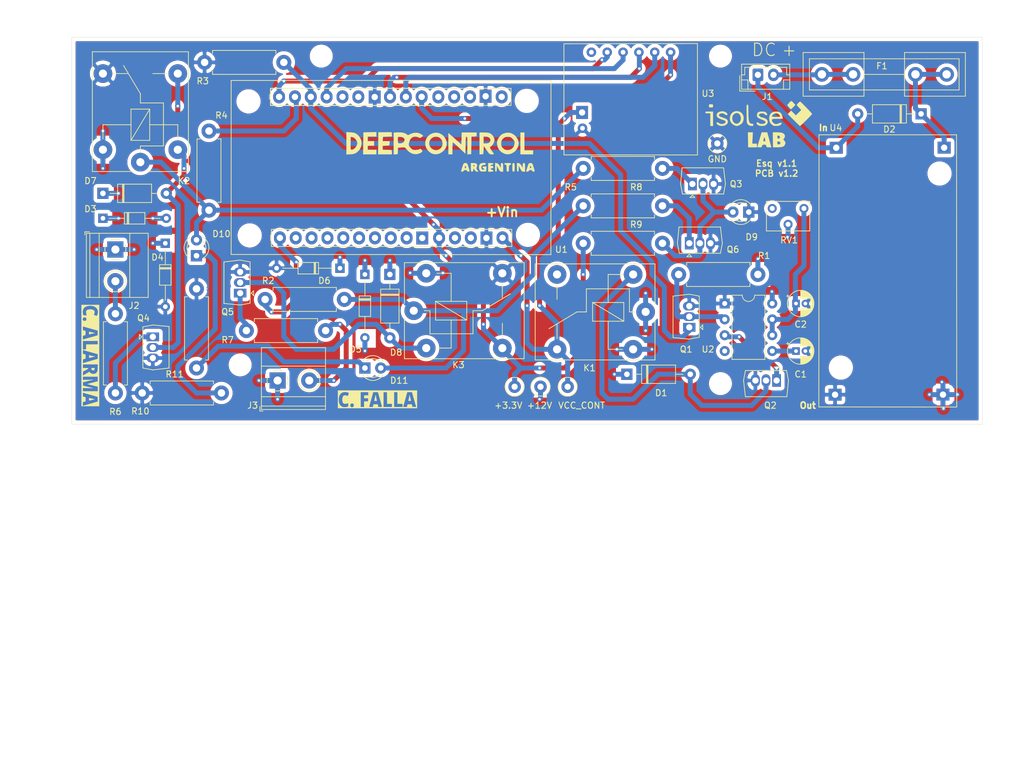
<source format=kicad_pcb>
(kicad_pcb (version 20171130) (host pcbnew 5.1.7-a382d34a8~87~ubuntu18.04.1)
  (title_block (title "Dispositivo Secundario - SMRAI") (date 2020-09-26) (rev 1.1) (company "Daniel Marquez - ISOLSE srl revisor: Monzon Lucas") (comment 1 "* Verison con adaptador nrf24l01 (solo Antena)") (comment 2 "* Dispositivo Secundario deMonitoreo de Alarma/Falla (N.O)") (comment 3 "* Sistema Monitoreo Remoto de Alarma de Incendio (SMRAI)") (comment 4 "* Licensia BSD (Isolse SRL) "))
  (layers (0 F.Cu signal) (31 B.Cu signal) (34 B.Paste user) (35 F.Paste user) (36 B.SilkS user) (37 F.SilkS user) (38 B.Mask user) (39 F.Mask user) (44 Edge.Cuts user))
  (net 0 "")
  (net 1 +12V)
  (net 2 /VCC_CONT)
  (net 3 "Net-(K1-Pad14)")
  (net 4 "Net-(D1-Pad2)")
  (net 5 /ALARMA)
  (net 6 GND)
  (net 7 +3V3)
  (net 8 "Net-(D7-Pad2)")
  (net 9 /FALLA)
  (net 10 "Net-(D8-Pad2)")
  (net 11 VCC)
  (net 12 "Net-(C2-Pad1)")
  (net 13 "Net-(Q2-Pad1)")
  (net 14 "Net-(Q1-Pad2)")
  (net 15 "Net-(C1-Pad1)")
  (net 16 "Net-(U3-Pad8)")
  (net 17 /MISO)
  (net 18 /MOSI)
  (net 19 /SCK)
  (net 20 /CSN)
  (net 21 /CE)
  (net 22 "Net-(D2-Pad2)")
  (net 23 "Net-(D2-Pad1)")
  (net 24 "Net-(D9-Pad2)")
  (net 25 "Net-(D10-Pad1)")
  (net 26 "Net-(D11-Pad1)")
  (net 27 "Net-(F1-Pad2)")
  (net 28 "Net-(J2-Pad2)")
  (net 29 "Net-(J3-Pad2)")
  (net 30 /RST)
  (net 31 "Net-(Q3-Pad1)")
  (net 32 "Net-(Q4-Pad1)")
  (net 33 "Net-(Q5-Pad1)")
  (net 34 "Net-(Q6-Pad1)")
  (net 35 "Net-(R2-Pad1)")
  (net 36 /ALARM_PIN)
  (net 37 "Net-(RV1-Pad3)")
  (net 38 "Net-(U1-Pad10)")
  (net 39 "Net-(U1-Pad25)")
  (net 40 "Net-(U1-Pad18)")
  (net 41 "Net-(U1-Pad19)")
  (net 42 "Net-(U1-Pad20)")
  (net 43 "Net-(U1-Pad26)")
  (net 44 "Net-(U1-Pad16)")
  (net 45 "Net-(U1-Pad12)")
  (net 46 "Net-(U1-Pad13)")
  (net 47 "Net-(U1-Pad3)")
  (net 48 "Net-(U1-Pad7)")
  (net 49 "Net-(U1-Pad9)")
  (net 50 "Net-(U1-Pad5)")
  (net 51 "Net-(U1-Pad4)")
  (net 52 "Net-(U1-Pad2)")
  (net 53 "Net-(U1-Pad8)")
  (net 54 "Net-(U1-Pad6)")
  (module Disp_Sec_V_1:Fuse (layer F.Cu) (at 211.25 68.91 180)
    (fp_text reference F1 (at 0.3683 1.3208) (layer F.SilkS))
    (fp_text value "100mA (5 x 20)")
    (pad 1 thru_hole circle (at -10.0076 -0.0127 180) (size 2.35 2.35) (drill 1.35) (layers *.Cu *.Mask) (net 23 "Net-(D2-Pad1)"))
    (pad 1 thru_hole circle (at -5.0076 -0.0127 180) (size 2.35 2.35) (drill 1.35) (layers *.Cu *.Mask) (net 23 "Net-(D2-Pad1)"))
    (pad 2 thru_hole circle (at 4.9924 -0.0127 180) (size 2.35 2.35) (drill 1.35) (layers *.Cu *.Mask) (net 27 "Net-(F1-Pad2)"))
    (pad 2 thru_hole circle (at 9.9924 -0.0127 180) (size 2.35 2.35) (drill 1.35) (layers *.Cu *.Mask) (net 27 "Net-(F1-Pad2)"))
  )
  (module TestPoint:TestPoint_Loop_D1.80mm_Drill1.0mm_Beaded (layer F.Cu) (at 152 119)
    (fp_text reference TP4 hide)
    (fp_text value TestPoint)
    (pad 1 thru_hole circle (at 0 0) (size 2 2) (drill 1) (layers *.Cu *.Mask) (net 7 +3V3))
  )
  (module TestPoint:TestPoint_Loop_D1.80mm_Drill1.0mm_Beaded (layer F.Cu) (at 156.15 119)
    (fp_text reference TP3 hide)
    (fp_text value TestPoint)
    (pad 1 thru_hole circle (at 0 0) (size 2 2) (drill 1) (layers *.Cu *.Mask) (net 1 +12V))
  )
  (module TestPoint:TestPoint_Loop_D1.80mm_Drill1.0mm_Beaded (layer F.Cu) (at 160.5 119)
    (fp_text reference TP2 hide)
    (fp_text value TestPoint)
    (pad 1 thru_hole circle (at 0 0) (size 2 2) (drill 1) (layers *.Cu *.Mask) (net 2 /VCC_CONT))
  )
  (module TestPoint:TestPoint_Loop_D1.80mm_Drill1.0mm_Beaded (layer F.Cu) (at 184.5 80)
    (fp_text reference TP1 hide)
    (fp_text value TestPoint)
    (pad 1 thru_hole circle (at 0 0) (size 2 2) (drill 1) (layers *.Cu *.Mask) (net 6 GND))
  )
  (module Disp_Sec_V_1:C.ALARMA (layer F.Cu) (at 84 114 270)
    (fp_text reference U8 hide)
    (fp_text value Contacto_Alarma hide)
  )
  (module Disp_Sec_V_1:C.FALLA (layer F.Cu) (at 130 121)
    (fp_text reference U7 hide)
    (fp_text value Contacto_Falla hide)
  )
  (module Disp_Sec_V_1:isolse (layer F.Cu) (at 196 87)
    (fp_text reference U6 hide)
    (fp_text value isolseLOGO hide)
  )
  (module Disp_Sec_V_1:DC (layer F.Cu) (at 140 86)
    (fp_text reference U5 hide)
    (fp_text value DEEPCONTROL_LOGO hide)
  )
  (module Fiducial:Fiducial_1mm_Mask2mm (layer F.Cu) (at 222 76)
    (fp_text reference FID3)
    (fp_text value Fiducial)
    (pad "" smd circle (at 0 0) (size 1 1) (layers F.Cu F.Mask) (clearance 0.5))
  )
  (module Fiducial:Fiducial_1mm_Mask2mm (layer F.Cu) (at 132 65)
    (fp_text reference FID2)
    (fp_text value Fiducial)
    (pad "" smd circle (at 0 0) (size 1 1) (layers F.Cu F.Mask) (clearance 0.5))
  )
  (module Fiducial:Fiducial_1mm_Mask2mm (layer F.Cu) (at 146 121)
    (fp_text reference FID1)
    (fp_text value Fiducial)
    (pad "" smd circle (at 0 0) (size 1 1) (layers F.Cu F.Mask) (clearance 0.5))
  )
  (module MountingHole:MountingHole_2.5mm (layer F.Cu) (at 108 115.5)
    (fp_text reference H4 hide)
    (fp_text value MountingHole)
    (pad 1 np_thru_hole circle (at 0 0) (size 2.5 2.5) (drill 2.5) (layers *.Cu *.Mask))
  )
  (module MountingHole:MountingHole_2.5mm (layer F.Cu) (at 185 66)
    (fp_text reference H3 hide)
    (fp_text value MountingHole)
    (pad 1 np_thru_hole circle (at 0 0) (size 2.5 2.5) (drill 2.5) (layers *.Cu *.Mask))
  )
  (module MountingHole:MountingHole_2.5mm (layer F.Cu) (at 121 66)
    (fp_text reference H2 hide)
    (fp_text value MountingHole)
    (pad 1 np_thru_hole circle (at 0 0) (size 2.5 2.5) (drill 2.5) (layers *.Cu *.Mask))
  )
  (module MountingHole:MountingHole_2.5mm (layer F.Cu) (at 185 118.5)
    (fp_text reference H1 hide)
    (fp_text value MountingHole)
    (pad 1 np_thru_hole circle (at 0 0) (size 2.5 2.5) (drill 2.5) (layers *.Cu *.Mask))
  )
  (module Resistor_THT:R_Axial_DIN0411_L9.9mm_D3.6mm_P12.70mm_Horizontal (layer F.Cu) (at 109 110)
    (fp_text reference R7 (at -3 1.5) (layer F.SilkS))
    (fp_text value 220)
    (pad 2 thru_hole oval (at 12.7 0) (size 2.4 2.4) (drill 1.2) (layers *.Cu *.Mask) (net 29 "Net-(J3-Pad2)"))
    (pad 1 thru_hole circle (at 0 0) (size 2.4 2.4) (drill 1.2) (layers *.Cu *.Mask) (net 33 "Net-(Q5-Pad1)"))
  )
  (module TerminalBlock_Phoenix:TerminalBlock_Phoenix_MKDS-1,5-2-5.08_1x02_P5.08mm_Horizontal (layer F.Cu) (at 88 97 270)
    (fp_text reference J2 (at 9 -3 180) (layer F.SilkS))
    (fp_text value "Contacto A (N.O) ")
    (pad 2 thru_hole circle (at 5.08 0 270) (size 2.6 2.6) (drill 1.3) (layers *.Cu *.Mask) (net 28 "Net-(J2-Pad2)"))
    (pad 1 thru_hole rect (at 0 0 270) (size 2.6 2.6) (drill 1.3) (layers *.Cu *.Mask) (net 1 +12V))
  )
  (module Package_TO_SOT_THT:NEC_Molded_7x4x9mm (layer F.Cu) (at 94 111 270)
    (fp_text reference Q4 (at -3 1.5 180) (layer F.SilkS))
    (fp_text value BC337)
    (pad 1 thru_hole rect (at 0 0 90) (size 1.4 2) (drill 1) (layers *.Cu *.Mask) (net 32 "Net-(Q4-Pad1)"))
    (pad 3 thru_hole oval (at 3.4 0 90) (size 1.4 2) (drill 1) (layers *.Cu *.Mask) (net 6 GND))
    (pad 2 thru_hole oval (at 1.7 0 90) (size 1.4 2) (drill 1) (layers *.Cu *.Mask) (net 8 "Net-(D7-Pad2)"))
  )
  (module Resistor_THT:R_Axial_DIN0411_L9.9mm_D3.6mm_P12.70mm_Horizontal (layer F.Cu) (at 88 120 90)
    (fp_text reference R6 (at -3 0 180) (layer F.SilkS))
    (fp_text value 220)
    (pad 2 thru_hole oval (at 12.7 0 90) (size 2.4 2.4) (drill 1.2) (layers *.Cu *.Mask) (net 28 "Net-(J2-Pad2)"))
    (pad 1 thru_hole circle (at 0 0 90) (size 2.4 2.4) (drill 1.2) (layers *.Cu *.Mask) (net 32 "Net-(Q4-Pad1)"))
  )
  (module Diode_THT:D_A-405_P10.16mm_Horizontal (layer F.Cu) (at 170 117)
    (fp_text reference D1 (at 5.5 3) (layer F.SilkS))
    (fp_text value 1N5349B)
    (pad 2 thru_hole oval (at 10.16 0) (size 1.8 1.8) (drill 0.9) (layers *.Cu *.Mask) (net 4 "Net-(D1-Pad2)"))
    (pad 1 thru_hole rect (at 0 0) (size 1.8 1.8) (drill 0.9) (layers *.Cu *.Mask) (net 1 +12V))
  )
  (module Disp_Sec_V_1:NodeMCU1.0 (layer F.Cu) (at 125 85 90)
    (fp_text reference U1 (at -12 34.5) (layer F.SilkS))
    (fp_text value "NodeMCU1.0(ESP-12E)")
    (pad "" np_thru_hole circle (at -9.7409 -15.4686 90) (size 2.7 2.7) (drill 2.7) (layers *.Cu *.Mask))
    (pad "" np_thru_hole circle (at 11.7475 -15.6591 90) (size 2.7 2.7) (drill 2.7) (layers *.Cu *.Mask))
    (pad "" np_thru_hole circle (at 11.8364 28.9433 90) (size 2.7 2.7) (drill 2.7) (layers *.Cu *.Mask))
    (pad "" np_thru_hole circle (at -9.652 29.1338 90) (size 2.7 2.7) (drill 2.7) (layers *.Cu *.Mask))
    (pad 30 thru_hole oval (at 12.4714 -10.7569 90) (size 2.1 1.9) (drill 1.02) (layers *.Cu *.Mask) (net 21 /CE))
    (pad 24 thru_hole rect (at 12.446 4.572 90) (size 2.1 1.9) (drill 1.02) (layers *.Cu *.Mask) (net 6 GND))
    (pad 17 thru_hole rect (at 12.573 22.352 90) (size 2.1 1.9) (drill 1.02) (layers *.Cu *.Mask) (net 6 GND))
    (pad 14 thru_hole rect (at -10.16 22.479 90) (size 2.1 1.9) (drill 1.02) (layers *.Cu *.Mask) (net 6 GND))
    (pad 1 thru_hole oval (at -10.1346 -10.6299 90) (size 2.1 1.9) (drill 1.02) (layers *.Cu *.Mask) (net 35 "Net-(R2-Pad1)"))
    (pad 10 thru_hole rect (at -10.16 12.192 90) (size 2.1 1.9) (drill 1.02) (layers *.Cu *.Mask) (net 38 "Net-(U1-Pad10)"))
    (pad 25 thru_hole oval (at 12.4714 1.9431 90) (size 2.1 1.9) (drill 1.02) (layers *.Cu *.Mask) (net 39 "Net-(U1-Pad25)"))
    (pad 18 thru_hole oval (at 12.4714 19.8501 90) (size 2.1 1.9) (drill 1.02) (layers *.Cu *.Mask) (net 40 "Net-(U1-Pad18)"))
    (pad 19 thru_hole oval (at 12.4714 17.3101 90) (size 2.1 1.9) (drill 1.02) (layers *.Cu *.Mask) (net 41 "Net-(U1-Pad19)"))
    (pad 22 thru_hole oval (at 12.4714 9.5631 90) (size 2.1 1.9) (drill 1.02) (layers *.Cu *.Mask) (net 18 /MOSI))
    (pad 20 thru_hole oval (at 12.4714 14.7701 90) (size 2.1 1.9) (drill 1.02) (layers *.Cu *.Mask) (net 42 "Net-(U1-Pad20)"))
    (pad 29 thru_hole oval (at 12.4714 -8.2169 90) (size 2.1 1.9) (drill 1.02) (layers *.Cu *.Mask) (net 36 /ALARM_PIN))
    (pad 23 thru_hole oval (at 12.4714 7.0231 90) (size 2.1 1.9) (drill 1.02) (layers *.Cu *.Mask) (net 19 /SCK))
    (pad 28 thru_hole oval (at 12.4714 -5.6769 90) (size 2.1 1.9) (drill 1.02) (layers *.Cu *.Mask) (net 30 /RST))
    (pad 26 thru_hole oval (at 12.4714 -0.5969 90) (size 2.1 1.9) (drill 1.02) (layers *.Cu *.Mask) (net 43 "Net-(U1-Pad26)"))
    (pad 27 thru_hole oval (at 12.4714 -3.1369 90) (size 2.1 1.9) (drill 1.02) (layers *.Cu *.Mask) (net 20 /CSN))
    (pad 16 thru_hole oval (at 12.4714 24.9301 90) (size 2.1 1.9) (drill 1.02) (layers *.Cu *.Mask) (net 44 "Net-(U1-Pad16)"))
    (pad 21 thru_hole oval (at 12.4714 12.1031 90) (size 2.1 1.9) (drill 1.02) (layers *.Cu *.Mask) (net 17 /MISO))
    (pad 11 thru_hole oval (at -10.1346 14.8971 90) (size 2.1 1.9) (drill 1.02) (layers *.Cu *.Mask) (net 7 +3V3))
    (pad 15 thru_hole oval (at -10.1346 25.0571 90) (size 2.1 1.9) (drill 1.02) (layers *.Cu *.Mask) (net 2 /VCC_CONT))
    (pad 12 thru_hole oval (at -10.1346 17.4371 90) (size 2.1 1.9) (drill 1.02) (layers *.Cu *.Mask) (net 45 "Net-(U1-Pad12)"))
    (pad 13 thru_hole oval (at -10.1346 19.9771 90) (size 2.1 1.9) (drill 1.02) (layers *.Cu *.Mask) (net 46 "Net-(U1-Pad13)"))
    (pad 3 thru_hole oval (at -10.1346 -5.5499 90) (size 2.1 1.9) (drill 1.02) (layers *.Cu *.Mask) (net 47 "Net-(U1-Pad3)"))
    (pad 7 thru_hole oval (at -10.1346 4.6101 90) (size 2.1 1.9) (drill 1.02) (layers *.Cu *.Mask) (net 48 "Net-(U1-Pad7)"))
    (pad 9 thru_hole oval (at -10.1346 9.6901 90) (size 2.1 1.9) (drill 1.02) (layers *.Cu *.Mask) (net 49 "Net-(U1-Pad9)"))
    (pad 5 thru_hole oval (at -10.1346 -0.4699 90) (size 2.1 1.9) (drill 1.02) (layers *.Cu *.Mask) (net 50 "Net-(U1-Pad5)"))
    (pad 4 thru_hole oval (at -10.1346 -3.0099 90) (size 2.1 1.9) (drill 1.02) (layers *.Cu *.Mask) (net 51 "Net-(U1-Pad4)"))
    (pad 2 thru_hole oval (at -10.1346 -8.0899 90) (size 2.1 1.9) (drill 1.02) (layers *.Cu *.Mask) (net 52 "Net-(U1-Pad2)"))
    (pad 8 thru_hole oval (at -10.1346 7.1501 90) (size 2.1 1.9) (drill 1.02) (layers *.Cu *.Mask) (net 53 "Net-(U1-Pad8)"))
    (pad 6 thru_hole oval (at -10.1346 2.0701 90) (size 2.1 1.9) (drill 1.02) (layers *.Cu *.Mask) (net 54 "Net-(U1-Pad6)"))
  )
  (module Package_TO_SOT_THT:NEC_Molded_7x4x9mm (layer F.Cu) (at 180 96)
    (fp_text reference Q6 (at 7 1) (layer F.SilkS))
    (fp_text value BC337)
    (pad 1 thru_hole rect (at 0 0 180) (size 1.4 2) (drill 1) (layers *.Cu *.Mask) (net 34 "Net-(Q6-Pad1)"))
    (pad 3 thru_hole oval (at 3.4 0 180) (size 1.4 2) (drill 1) (layers *.Cu *.Mask) (net 6 GND))
    (pad 2 thru_hole oval (at 1.7 0 180) (size 1.4 2) (drill 1) (layers *.Cu *.Mask) (net 24 "Net-(D9-Pad2)"))
  )
  (module Diode_THT:D_A-405_P10.16mm_Horizontal (layer F.Cu) (at 86 88)
    (fp_text reference D7 (at -2 -2) (layer F.SilkS))
    (fp_text value 1N5349B)
    (pad 2 thru_hole oval (at 10.16 0) (size 1.8 1.8) (drill 0.9) (layers *.Cu *.Mask) (net 8 "Net-(D7-Pad2)"))
    (pad 1 thru_hole rect (at 0 0) (size 1.8 1.8) (drill 0.9) (layers *.Cu *.Mask) (net 1 +12V))
  )
  (module Disp_Sec_V_1:Relay_SPDT_Finder_36.11 (layer F.Cu) (at 135.83 106.81)
    (fp_text reference K3 (at 7.17 8.69) (layer F.SilkS))
    (fp_text value FINDER-36.11)
    (pad 11 thru_hole circle (at 0 0) (size 3 3) (drill 1.3) (layers *.Cu *.Mask) (net 9 /FALLA))
    (pad A2 thru_hole circle (at 2 -6) (size 3 3) (drill 1.3) (layers *.Cu *.Mask) (net 1 +12V))
    (pad 12 thru_hole circle (at 14.2 -6) (size 3 3) (drill 1.3) (layers *.Cu *.Mask) (net 6 GND))
    (pad 14 thru_hole circle (at 14.2 6) (size 3 3) (drill 1.3) (layers *.Cu *.Mask) (net 7 +3V3))
    (pad A1 thru_hole circle (at 2 6) (size 3 3) (drill 1.3) (layers *.Cu *.Mask) (net 10 "Net-(D8-Pad2)"))
  )
  (module Diode_THT:D_A-405_P10.16mm_Horizontal (layer F.Cu) (at 132 101 270)
    (fp_text reference D8 (at 12.5 -1 180) (layer F.SilkS))
    (fp_text value 1N5349B)
    (pad 2 thru_hole oval (at 10.16 0 270) (size 1.8 1.8) (drill 0.9) (layers *.Cu *.Mask) (net 10 "Net-(D8-Pad2)"))
    (pad 1 thru_hole rect (at 0 0 270) (size 1.8 1.8) (drill 0.9) (layers *.Cu *.Mask) (net 1 +12V))
  )
  (module Disp_Sec_V_1:nRF24L01_Adapter (layer F.Cu) (at 171.71 73 90)
    (fp_text reference U3 (at 1 11.29 180) (layer F.SilkS))
    (fp_text value NRF24L01)
    (pad 2 thru_hole rect (at -2.032 -8.89 90) (size 2.1 1.9) (drill 1.02) (layers *.Cu *.Mask) (net 2 /VCC_CONT))
    (pad 8 thru_hole circle (at 7.62 -7.4041 90) (size 1.524 1.524) (drill 0.762) (layers *.Cu *.Mask) (net 16 "Net-(U3-Pad8)"))
    (pad 7 thru_hole circle (at 7.62 5.2959 90) (size 1.524 1.524) (drill 0.762) (layers *.Cu *.Mask) (net 17 /MISO))
    (pad 6 thru_hole circle (at 7.62 2.7559 90) (size 1.524 1.524) (drill 0.762) (layers *.Cu *.Mask) (net 18 /MOSI))
    (pad 5 thru_hole circle (at 7.62 0.2159 90) (size 1.524 1.524) (drill 0.762) (layers *.Cu *.Mask) (net 19 /SCK))
    (pad 4 thru_hole circle (at 7.62 -2.3241 90) (size 1.524 1.524) (drill 0.762) (layers *.Cu *.Mask) (net 20 /CSN))
    (pad 3 thru_hole circle (at 7.62 -4.8641 90) (size 1.524 1.524) (drill 0.762) (layers *.Cu *.Mask) (net 21 /CE))
    (pad 1 thru_hole circle (at -4.5593 -8.8265 90) (size 1.524 1.524) (drill 0.762) (layers *.Cu *.Mask) (net 6 GND))
  )
  (module TerminalBlock_Phoenix:TerminalBlock_Phoenix_MKDS-1,5-2-5.08_1x02_P5.08mm_Horizontal (layer F.Cu) (at 114 118)
    (fp_text reference J3 (at -4 4) (layer F.SilkS))
    (fp_text value "Contacto F (N.0)")
    (pad 2 thru_hole circle (at 5.08 0) (size 2.6 2.6) (drill 1.3) (layers *.Cu *.Mask) (net 29 "Net-(J3-Pad2)"))
    (pad 1 thru_hole rect (at 0 0) (size 2.6 2.6) (drill 1.3) (layers *.Cu *.Mask) (net 1 +12V))
  )
  (module Package_TO_SOT_THT:NEC_Molded_7x4x9mm (layer F.Cu) (at 108 104 90)
    (fp_text reference Q5 (at -3 -2 180) (layer F.SilkS))
    (fp_text value BC337)
    (pad 1 thru_hole rect (at 0 0 270) (size 1.4 2) (drill 1) (layers *.Cu *.Mask) (net 33 "Net-(Q5-Pad1)"))
    (pad 3 thru_hole oval (at 3.4 0 270) (size 1.4 2) (drill 1) (layers *.Cu *.Mask) (net 6 GND))
    (pad 2 thru_hole oval (at 1.7 0 270) (size 1.4 2) (drill 1) (layers *.Cu *.Mask) (net 10 "Net-(D8-Pad2)"))
  )
  (module Disp_Sec_V_1:Relay_SPDT_Finder_36.11 (layer F.Cu) (at 173 107 180)
    (fp_text reference K1 (at 9 -9) (layer F.SilkS))
    (fp_text value FINDER-36.11)
    (pad 11 thru_hole circle (at 0 0 180) (size 3 3) (drill 1.3) (layers *.Cu *.Mask) (net 1 +12V))
    (pad A2 thru_hole circle (at 2 -6 180) (size 3 3) (drill 1.3) (layers *.Cu *.Mask) (net 1 +12V))
    (pad 12 thru_hole circle (at 14.2 -6 180) (size 3 3) (drill 1.3) (layers *.Cu *.Mask) (net 2 /VCC_CONT))
    (pad 14 thru_hole circle (at 14.2 6 180) (size 3 3) (drill 1.3) (layers *.Cu *.Mask) (net 3 "Net-(K1-Pad14)"))
    (pad A1 thru_hole circle (at 2 6 180) (size 3 3) (drill 1.3) (layers *.Cu *.Mask) (net 4 "Net-(D1-Pad2)"))
  )
  (module Package_TO_SOT_THT:NEC_Molded_7x4x9mm (layer F.Cu) (at 180 109.47 90)
    (fp_text reference Q1 (at -3.53 -0.5 180) (layer F.SilkS))
    (fp_text value BC337)
    (pad 1 thru_hole rect (at 0 0 270) (size 1.4 2) (drill 1) (layers *.Cu *.Mask) (net 30 /RST))
    (pad 3 thru_hole oval (at 3.4 0 270) (size 1.4 2) (drill 1) (layers *.Cu *.Mask) (net 6 GND))
    (pad 2 thru_hole oval (at 1.7 0 270) (size 1.4 2) (drill 1) (layers *.Cu *.Mask) (net 14 "Net-(Q1-Pad2)"))
  )
  (module Disp_Sec_V_1:DC_DC_Converter_lm2596 (layer F.Cu) (at 213.62 109)
    (fp_text reference U4 (at -10.12 -31.5) (layer F.SilkS))
    (fp_text value LM2596)
    (pad "" np_thru_hole circle (at -9.3218 6.9342) (size 2.7 2.7) (drill 2.7) (layers *.Cu *.Mask))
    (pad "" np_thru_hole circle (at 6.5024 -24.1808) (size 2.7 2.7) (drill 2.7) (layers *.Cu *.Mask))
    (pad 3 thru_hole rect (at -10.2489 11.2776) (size 2.1 1.9) (drill 1.02) (layers *.Cu *.Mask) (net 6 GND))
    (pad 4 thru_hole rect (at 7.0485 11.2649) (size 2.1 1.9) (drill 1.02) (layers *.Cu *.Mask) (net 1 +12V))
    (pad 2 thru_hole rect (at 7.239 -28.321) (size 2.1 1.9) (drill 1.02) (layers *.Cu *.Mask) (net 23 "Net-(D2-Pad1)"))
    (pad 1 thru_hole rect (at -10.0584 -28.3083) (size 2.1 1.9) (drill 1.02) (layers *.Cu *.Mask) (net 22 "Net-(D2-Pad2)"))
  )
  (module Diode_THT:D_DO-34_SOD68_P10.16mm_Horizontal (layer F.Cu) (at 124 100 180)
    (fp_text reference D6 (at 2.5 -2) (layer F.SilkS))
    (fp_text value SR2100)
    (pad 2 thru_hole oval (at 10.16 0 180) (size 1.5 1.5) (drill 0.75) (layers *.Cu *.Mask) (net 6 GND))
    (pad 1 thru_hole rect (at 0 0 180) (size 1.5 1.5) (drill 0.75) (layers *.Cu *.Mask) (net 1 +12V))
  )
  (module Package_DIP:DIP-8_W7.62mm (layer F.Cu) (at 185.68 105.66)
    (fp_text reference U2 (at -2.68 7.34) (layer F.SilkS))
    (fp_text value LM555xN)
    (pad 8 thru_hole oval (at 7.62 0) (size 1.6 1.6) (drill 0.8) (layers *.Cu *.Mask) (net 1 +12V))
    (pad 4 thru_hole oval (at 0 7.62) (size 1.6 1.6) (drill 0.8) (layers *.Cu *.Mask) (net 11 VCC))
    (pad 7 thru_hole oval (at 7.62 2.54) (size 1.6 1.6) (drill 0.8) (layers *.Cu *.Mask) (net 12 "Net-(C2-Pad1)"))
    (pad 3 thru_hole oval (at 0 5.08) (size 1.6 1.6) (drill 0.8) (layers *.Cu *.Mask) (net 13 "Net-(Q2-Pad1)"))
    (pad 6 thru_hole oval (at 7.62 5.08) (size 1.6 1.6) (drill 0.8) (layers *.Cu *.Mask) (net 12 "Net-(C2-Pad1)"))
    (pad 2 thru_hole oval (at 0 2.54) (size 1.6 1.6) (drill 0.8) (layers *.Cu *.Mask) (net 14 "Net-(Q1-Pad2)"))
    (pad 5 thru_hole oval (at 7.62 7.62) (size 1.6 1.6) (drill 0.8) (layers *.Cu *.Mask) (net 15 "Net-(C1-Pad1)"))
    (pad 1 thru_hole rect (at 0 0) (size 1.6 1.6) (drill 0.8) (layers *.Cu *.Mask) (net 6 GND))
  )
  (module Potentiometer_THT:Potentiometer_Bourns_3266W_Vertical (layer F.Cu) (at 198.38 90.42)
    (fp_text reference RV1 (at -2.38 5.08) (layer F.SilkS))
    (fp_text value "R_POT 100k")
    (pad 3 thru_hole circle (at -5.08 0) (size 1.44 1.44) (drill 0.8) (layers *.Cu *.Mask) (net 37 "Net-(RV1-Pad3)"))
    (pad 2 thru_hole circle (at -2.54 2.54) (size 1.44 1.44) (drill 0.8) (layers *.Cu *.Mask) (net 1 +12V))
    (pad 1 thru_hole circle (at 0 0) (size 1.44 1.44) (drill 0.8) (layers *.Cu *.Mask) (net 12 "Net-(C2-Pad1)"))
  )
  (module Resistor_THT:R_Axial_DIN0411_L9.9mm_D3.6mm_P12.70mm_Horizontal (layer F.Cu) (at 101 116 90)
    (fp_text reference R11 (at -1 -3.5 180) (layer F.SilkS))
    (fp_text value 220)
    (pad 2 thru_hole oval (at 12.7 0 90) (size 2.4 2.4) (drill 1.2) (layers *.Cu *.Mask) (net 6 GND))
    (pad 1 thru_hole circle (at 0 0 90) (size 2.4 2.4) (drill 1.2) (layers *.Cu *.Mask) (net 26 "Net-(D11-Pad1)"))
  )
  (module Resistor_THT:R_Axial_DIN0411_L9.9mm_D3.6mm_P12.70mm_Horizontal (layer F.Cu) (at 105 120 180)
    (fp_text reference R10 (at 13 -2.92) (layer F.SilkS))
    (fp_text value 220)
    (pad 2 thru_hole oval (at 12.7 0 180) (size 2.4 2.4) (drill 1.2) (layers *.Cu *.Mask) (net 6 GND))
    (pad 1 thru_hole circle (at 0 0 180) (size 2.4 2.4) (drill 1.2) (layers *.Cu *.Mask) (net 25 "Net-(D10-Pad1)"))
  )
  (module Resistor_THT:R_Axial_DIN0411_L9.9mm_D3.6mm_P12.70mm_Horizontal (layer F.Cu) (at 163 96)
    (fp_text reference R9 (at 8.5 -3) (layer F.SilkS))
    (fp_text value 220)
    (pad 2 thru_hole oval (at 12.7 0) (size 2.4 2.4) (drill 1.2) (layers *.Cu *.Mask) (net 24 "Net-(D9-Pad2)"))
    (pad 1 thru_hole circle (at 0 0) (size 2.4 2.4) (drill 1.2) (layers *.Cu *.Mask) (net 7 +3V3))
  )
  (module Resistor_THT:R_Axial_DIN0411_L9.9mm_D3.6mm_P12.70mm_Horizontal (layer F.Cu) (at 163 90)
    (fp_text reference R8 (at 8.5 -3) (layer F.SilkS))
    (fp_text value 1K)
    (pad 2 thru_hole oval (at 12.7 0) (size 2.4 2.4) (drill 1.2) (layers *.Cu *.Mask) (net 34 "Net-(Q6-Pad1)"))
    (pad 1 thru_hole circle (at 0 0) (size 2.4 2.4) (drill 1.2) (layers *.Cu *.Mask) (net 9 /FALLA))
  )
  (module Resistor_THT:R_Axial_DIN0411_L9.9mm_D3.6mm_P12.70mm_Horizontal (layer F.Cu) (at 163 84)
    (fp_text reference R5 (at -2 3) (layer F.SilkS))
    (fp_text value 1K)
    (pad 2 thru_hole oval (at 12.7 0) (size 2.4 2.4) (drill 1.2) (layers *.Cu *.Mask) (net 31 "Net-(Q3-Pad1)"))
    (pad 1 thru_hole circle (at 0 0) (size 2.4 2.4) (drill 1.2) (layers *.Cu *.Mask) (net 5 /ALARMA))
  )
  (module Resistor_THT:R_Axial_DIN0411_L9.9mm_D3.6mm_P12.70mm_Horizontal (layer F.Cu) (at 103 78 270)
    (fp_text reference R4 (at -2.5 -2 180) (layer F.SilkS))
    (fp_text value 47K)
    (pad 2 thru_hole oval (at 12.7 0 270) (size 2.4 2.4) (drill 1.2) (layers *.Cu *.Mask) (net 5 /ALARMA))
    (pad 1 thru_hole circle (at 0 0 270) (size 2.4 2.4) (drill 1.2) (layers *.Cu *.Mask) (net 36 /ALARM_PIN))
  )
  (module Resistor_THT:R_Axial_DIN0411_L9.9mm_D3.6mm_P12.70mm_Horizontal (layer F.Cu) (at 115 67 180)
    (fp_text reference R3 (at 13 -3) (layer F.SilkS))
    (fp_text value 220)
    (pad 2 thru_hole oval (at 12.7 0 180) (size 2.4 2.4) (drill 1.2) (layers *.Cu *.Mask) (net 6 GND))
    (pad 1 thru_hole circle (at 0 0 180) (size 2.4 2.4) (drill 1.2) (layers *.Cu *.Mask) (net 30 /RST))
  )
  (module Resistor_THT:R_Axial_DIN0411_L9.9mm_D3.6mm_P12.70mm_Horizontal (layer F.Cu) (at 112 105)
    (fp_text reference R2 (at 0.5 -3) (layer F.SilkS))
    (fp_text value 47K)
    (pad 2 thru_hole oval (at 12.7 0) (size 2.4 2.4) (drill 1.2) (layers *.Cu *.Mask) (net 9 /FALLA))
    (pad 1 thru_hole circle (at 0 0) (size 2.4 2.4) (drill 1.2) (layers *.Cu *.Mask) (net 35 "Net-(R2-Pad1)"))
  )
  (module Resistor_THT:R_Axial_DIN0411_L9.9mm_D3.6mm_P12.70mm_Horizontal (layer F.Cu) (at 191 101 180)
    (fp_text reference R1 (at -1 3) (layer F.SilkS))
    (fp_text value 100K)
    (pad 2 thru_hole oval (at 12.7 0 180) (size 2.4 2.4) (drill 1.2) (layers *.Cu *.Mask) (net 14 "Net-(Q1-Pad2)"))
    (pad 1 thru_hole circle (at 0 0 180) (size 2.4 2.4) (drill 1.2) (layers *.Cu *.Mask) (net 1 +12V))
  )
  (module Package_TO_SOT_THT:NEC_Molded_7x4x9mm (layer F.Cu) (at 180.5 86.5)
    (fp_text reference Q3 (at 7 0) (layer F.SilkS))
    (fp_text value BC337)
    (pad 1 thru_hole rect (at 0 0 180) (size 1.4 2) (drill 1) (layers *.Cu *.Mask) (net 31 "Net-(Q3-Pad1)"))
    (pad 3 thru_hole oval (at 3.4 0 180) (size 1.4 2) (drill 1) (layers *.Cu *.Mask) (net 6 GND))
    (pad 2 thru_hole oval (at 1.7 0 180) (size 1.4 2) (drill 1) (layers *.Cu *.Mask) (net 24 "Net-(D9-Pad2)"))
  )
  (module Package_TO_SOT_THT:NEC_Molded_7x4x9mm (layer F.Cu) (at 194 118 180)
    (fp_text reference Q2 (at 1 -4 180) (layer F.SilkS))
    (fp_text value BC337)
    (pad 1 thru_hole rect (at 0 0) (size 1.4 2) (drill 1) (layers *.Cu *.Mask) (net 13 "Net-(Q2-Pad1)"))
    (pad 3 thru_hole oval (at 3.4 0) (size 1.4 2) (drill 1) (layers *.Cu *.Mask) (net 6 GND))
    (pad 2 thru_hole oval (at 1.7 0) (size 1.4 2) (drill 1) (layers *.Cu *.Mask) (net 4 "Net-(D1-Pad2)"))
  )
  (module Disp_Sec_V_1:Relay_SPDT_Finder_36.11 (layer F.Cu) (at 92 83 90)
    (fp_text reference K2 (at -3 7 180) (layer F.SilkS))
    (fp_text value FINDER-36.11)
    (pad 11 thru_hole circle (at 0 0 90) (size 3 3) (drill 1.3) (layers *.Cu *.Mask) (net 5 /ALARMA))
    (pad A2 thru_hole circle (at 2 -6 90) (size 3 3) (drill 1.3) (layers *.Cu *.Mask) (net 1 +12V))
    (pad 12 thru_hole circle (at 14.2 -6 90) (size 3 3) (drill 1.3) (layers *.Cu *.Mask) (net 6 GND))
    (pad 14 thru_hole circle (at 14.2 6 90) (size 3 3) (drill 1.3) (layers *.Cu *.Mask) (net 7 +3V3))
    (pad A1 thru_hole circle (at 2 6 90) (size 3 3) (drill 1.3) (layers *.Cu *.Mask) (net 8 "Net-(D7-Pad2)"))
  )
  (module Connector_JST:JST_EH_B2B-EH-A_1x02_P2.50mm_Vertical (layer F.Cu) (at 191 69)
    (fp_text reference J1 (at 1.5 3.5) (layer F.SilkS))
    (fp_text value "DC Supply")
    (pad 2 thru_hole oval (at 2.5 0) (size 1.7 2) (drill 1) (layers *.Cu *.Mask) (net 27 "Net-(F1-Pad2)"))
    (pad 1 thru_hole roundrect (at 0 0) (size 1.7 2) (drill 1) (layers *.Cu *.Mask) (roundrect_rratio 0.1470588235294118) (net 22 "Net-(D2-Pad2)"))
  )
  (module LED_THT:LED_D3.0mm (layer F.Cu) (at 128 116)
    (fp_text reference D11 (at 5.5 2) (layer F.SilkS))
    (fp_text value LED)
    (pad 2 thru_hole circle (at 2.54 0) (size 1.8 1.8) (drill 0.9) (layers *.Cu *.Mask) (net 9 /FALLA))
    (pad 1 thru_hole rect (at 0 0) (size 1.8 1.8) (drill 0.9) (layers *.Cu *.Mask) (net 26 "Net-(D11-Pad1)"))
  )
  (module LED_THT:LED_D3.0mm (layer F.Cu) (at 101 98 90)
    (fp_text reference D10 (at 3.5 4 180) (layer F.SilkS))
    (fp_text value LED)
    (pad 2 thru_hole circle (at 2.54 0 90) (size 1.8 1.8) (drill 0.9) (layers *.Cu *.Mask) (net 5 /ALARMA))
    (pad 1 thru_hole rect (at 0 0 90) (size 1.8 1.8) (drill 0.9) (layers *.Cu *.Mask) (net 25 "Net-(D10-Pad1)"))
  )
  (module LED_THT:LED_D3.0mm (layer F.Cu) (at 189.54 91 180)
    (fp_text reference D9 (at -0.46 -4) (layer F.SilkS))
    (fp_text value LED)
    (pad 2 thru_hole circle (at 2.54 0 180) (size 1.8 1.8) (drill 0.9) (layers *.Cu *.Mask) (net 24 "Net-(D9-Pad2)"))
    (pad 1 thru_hole rect (at 0 0 180) (size 1.8 1.8) (drill 0.9) (layers *.Cu *.Mask) (net 6 GND))
  )
  (module Diode_THT:D_DO-34_SOD68_P10.16mm_Horizontal (layer F.Cu) (at 128 101 270)
    (fp_text reference D5 (at 12 1.5 180) (layer F.SilkS))
    (fp_text value SR2100)
    (pad 2 thru_hole oval (at 10.16 0 270) (size 1.5 1.5) (drill 0.75) (layers *.Cu *.Mask) (net 1 +12V))
    (pad 1 thru_hole rect (at 0 0 270) (size 1.5 1.5) (drill 0.75) (layers *.Cu *.Mask) (net 1 +12V))
  )
  (module Diode_THT:D_DO-34_SOD68_P10.16mm_Horizontal (layer F.Cu) (at 96 96 270)
    (fp_text reference D4 (at 2.25 1.25 180) (layer F.SilkS))
    (fp_text value SR2100)
    (pad 2 thru_hole oval (at 10.16 0 270) (size 1.5 1.5) (drill 0.75) (layers *.Cu *.Mask) (net 6 GND))
    (pad 1 thru_hole rect (at 0 0 270) (size 1.5 1.5) (drill 0.75) (layers *.Cu *.Mask) (net 1 +12V))
  )
  (module Diode_THT:D_DO-34_SOD68_P10.16mm_Horizontal (layer F.Cu) (at 86 92)
    (fp_text reference D3 (at -2 -1.5) (layer F.SilkS))
    (fp_text value SR2100)
    (pad 2 thru_hole oval (at 10.16 0) (size 1.5 1.5) (drill 0.75) (layers *.Cu *.Mask) (net 1 +12V))
    (pad 1 thru_hole rect (at 0 0) (size 1.5 1.5) (drill 0.75) (layers *.Cu *.Mask) (net 1 +12V))
  )
  (module Diode_THT:D_A-405_P10.16mm_Horizontal (layer F.Cu) (at 217.16 75.26 180)
    (fp_text reference D2 (at 5.08 -2.47) (layer F.SilkS))
    (fp_text value 1N5359B)
    (pad 2 thru_hole oval (at 10.16 0 180) (size 1.8 1.8) (drill 0.9) (layers *.Cu *.Mask) (net 22 "Net-(D2-Pad2)"))
    (pad 1 thru_hole rect (at 0 0 180) (size 1.8 1.8) (drill 0.9) (layers *.Cu *.Mask) (net 23 "Net-(D2-Pad1)"))
  )
  (module Capacitor_THT:CP_Radial_D4.0mm_P1.50mm (layer F.Cu) (at 197.11 105.66)
    (fp_text reference C2 (at 0.75 3.34) (layer F.SilkS))
    (fp_text value 47uF)
    (pad 2 thru_hole circle (at 1.5 0) (size 1.2 1.2) (drill 0.6) (layers *.Cu *.Mask) (net 6 GND) (clearance 0.2))
    (pad 1 thru_hole rect (at 0 0) (size 1.2 1.2) (drill 0.6) (layers *.Cu *.Mask) (net 12 "Net-(C2-Pad1)") (clearance 0.2))
  )
  (module Capacitor_THT:CP_Radial_D4.0mm_P1.50mm (layer F.Cu) (at 197.11 113.28)
    (fp_text reference C1 (at 0.75 3.72) (layer F.SilkS))
    (fp_text value 10nF)
    (pad 2 thru_hole circle (at 1.5 0) (size 1.2 1.2) (drill 0.6) (layers *.Cu *.Mask) (net 6 GND) (clearance 0.2))
    (pad 1 thru_hole rect (at 0 0) (size 1.2 1.2) (drill 0.6) (layers *.Cu *.Mask) (net 15 "Net-(C1-Pad1)") (clearance 0.2))
  )
  (gr_text GND (at 184.5 82.5) (layer F.SilkS) (effects (font (size 1 1))))
  (gr_text +3.3V (at 151 122) (layer F.SilkS) (effects (font (size 1 1))))
  (gr_text +12V (at 156 122) (layer F.SilkS) (effects (font (size 1 1))))
  (gr_text VCC_CONT (at 162.75 122) (layer F.SilkS) (effects (font (size 1 1))))
  (gr_text Out (at 199 122) (layer F.SilkS) (effects (font (size 1 1) (thickness 0.25))))
  (gr_text In (at 201.5 77.5) (layer F.SilkS) (effects (font (size 1 1) (thickness 0.25))))
  (gr_text +Vin (at 150 91) (layer F.SilkS) (effects (font (size 1.5 1.5) (thickness 0.3))))
  (gr_text + (at 196 65) (layer F.SilkS) (effects (font (size 2 2))))
  (gr_text "Esq v1.1\nPCB v1.2" (at 194 84) (layer F.SilkS) (effects (font (size 1 1) (thickness 0.2))))
  (gr_text DC (at 192 65) (layer F.SilkS) (effects (font (size 2 2))))
  (gr_line (start 81 125) (end 227 125) (layer Edge.Cuts) (width 0.05))
  (gr_line (start 81 63) (end 81 125) (layer Edge.Cuts) (width 0.05))
  (gr_line (start 227 63) (end 81 63) (layer Edge.Cuts) (width 0.05))
  (gr_line (start 227 125) (end 227 63) (layer Edge.Cuts) (width 0.05))
  (segment (start 171 113) (end 172 113) (width 0.8) (layer F.Cu) (net 1))
  (segment (start 220.6685 120.2649) (end 222.9851 120.2649) (width 0.8) (layer B.Cu) (net 1))
  (via (at 223 120.25) (size 0.8) (drill 0.4) (layers F.Cu B.Cu) (net 1))
  (segment (start 222.9851 120.2649) (end 223 120.25) (width 0.8) (layer B.Cu) (net 1))
  (via (at 218.5 120.25) (size 0.8) (drill 0.4) (layers F.Cu B.Cu) (net 1))
  (segment (start 220.6685 120.2649) (end 218.5149 120.2649) (width 0.8) (layer B.Cu) (net 1))
  (segment (start 218.5149 120.2649) (end 218.5 120.25) (width 0.8) (layer B.Cu) (net 1))
  (via (at 173 104) (size 0.8) (drill 0.4) (layers F.Cu B.Cu) (net 1))
  (segment (start 173 107) (end 173 104) (width 0.8) (layer B.Cu) (net 1))
  (via (at 173 110) (size 0.8) (drill 0.4) (layers F.Cu B.Cu) (net 1))
  (segment (start 173 107) (end 173 110) (width 0.8) (layer B.Cu) (net 1))
  (via (at 174 113) (size 0.8) (drill 0.4) (layers F.Cu B.Cu) (net 1))
  (segment (start 171 113) (end 174 113) (width 0.8) (layer B.Cu) (net 1))
  (via (at 168.4 113) (size 0.8) (drill 0.4) (layers F.Cu B.Cu) (net 1))
  (segment (start 171 113) (end 168.4 113) (width 0.8) (layer B.Cu) (net 1))
  (via (at 111 118) (size 0.8) (drill 0.4) (layers F.Cu B.Cu) (net 1))
  (segment (start 114 118) (end 111 118) (width 0.8) (layer B.Cu) (net 1))
  (via (at 114 121) (size 0.8) (drill 0.4) (layers F.Cu B.Cu) (net 1))
  (segment (start 114 118) (end 114 121) (width 0.8) (layer B.Cu) (net 1))
  (via (at 91 97) (size 0.8) (drill 0.4) (layers F.Cu B.Cu) (net 1))
  (segment (start 88 97) (end 91 97) (width 0.8) (layer B.Cu) (net 1))
  (via (at 85 97) (size 0.8) (drill 0.4) (layers F.Cu B.Cu) (net 1))
  (segment (start 88 97) (end 85 97) (width 0.8) (layer B.Cu) (net 1))
  (via (at 195.75 95) (size 0.8) (drill 0.4) (layers F.Cu B.Cu) (net 1))
  (segment (start 195.84 92.96) (end 195.84 94.91) (width 0.8) (layer B.Cu) (net 1))
  (segment (start 195.84 94.91) (end 195.75 95) (width 0.8) (layer B.Cu) (net 1))
  (via (at 191 98.5) (size 0.8) (drill 0.4) (layers F.Cu B.Cu) (net 1))
  (segment (start 191 101) (end 191 98.5) (width 0.8) (layer B.Cu) (net 1))
  (via (at 193.25 103.75) (size 0.8) (drill 0.4) (layers F.Cu B.Cu) (net 1))
  (segment (start 193.3 105.66) (end 193.3 103.8) (width 0.8) (layer B.Cu) (net 1))
  (segment (start 193.3 103.8) (end 193.25 103.75) (width 0.8) (layer B.Cu) (net 1))
  (via (at 168 117) (size 0.8) (drill 0.4) (layers F.Cu B.Cu) (net 1))
  (segment (start 170 117) (end 168 117) (width 0.8) (layer B.Cu) (net 1))
  (segment (start 156.15 119) (end 156.15 120.85) (width 0.8) (layer B.Cu) (net 1))
  (via (at 156 121) (size 0.8) (drill 0.4) (layers F.Cu B.Cu) (net 1))
  (segment (start 156.15 120.85) (end 156 121) (width 0.8) (layer B.Cu) (net 1))
  (via (at 132 98.75) (size 0.8) (drill 0.4) (layers F.Cu B.Cu) (net 1))
  (segment (start 132 101) (end 132 98.75) (width 0.8) (layer B.Cu) (net 1))
  (via (at 124 98.25) (size 0.8) (drill 0.4) (layers F.Cu B.Cu) (net 1))
  (segment (start 124 100) (end 124 98.25) (width 0.8) (layer B.Cu) (net 1))
  (via (at 140.5 100.75) (size 0.8) (drill 0.4) (layers F.Cu B.Cu) (net 1))
  (segment (start 137.83 100.81) (end 140.44 100.81) (width 0.8) (layer B.Cu) (net 1))
  (segment (start 140.44 100.81) (end 140.5 100.75) (width 0.8) (layer B.Cu) (net 1))
  (via (at 135.25 100.75) (size 0.8) (drill 0.4) (layers F.Cu B.Cu) (net 1))
  (segment (start 137.83 100.81) (end 135.31 100.81) (width 0.8) (layer B.Cu) (net 1))
  (segment (start 135.31 100.81) (end 135.25 100.75) (width 0.8) (layer B.Cu) (net 1))
  (segment (start 220.6685 122.4185) (end 220.75 122.5) (width 0.8) (layer B.Cu) (net 1))
  (segment (start 220.6685 120.2649) (end 220.6685 122.4185) (width 0.8) (layer B.Cu) (net 1))
  (via (at 220.75 122.5) (size 0.8) (drill 0.4) (layers F.Cu B.Cu) (net 1))
  (via (at 220.5 118.25) (size 0.8) (drill 0.4) (layers F.Cu B.Cu) (net 1))
  (segment (start 220.6685 120.2649) (end 220.6685 118.4185) (width 0.8) (layer B.Cu) (net 1))
  (segment (start 220.6685 118.4185) (end 220.5 118.25) (width 0.8) (layer B.Cu) (net 1))
  (segment (start 86 81) (end 86 78) (width 0.8) (layer B.Cu) (net 1))
  (via (at 86 78) (size 0.8) (drill 0.4) (layers F.Cu B.Cu) (net 1))
  (via (at 86 84) (size 0.8) (drill 0.4) (layers F.Cu B.Cu) (net 1))
  (segment (start 86 81) (end 86 84) (width 0.8) (layer B.Cu) (net 1))
  (via (at 88.5 88) (size 0.8) (drill 0.4) (layers F.Cu B.Cu) (net 1))
  (segment (start 86 88) (end 88.5 88) (width 0.8) (layer B.Cu) (net 1))
  (via (at 88.5 92) (size 0.8) (drill 0.4) (layers F.Cu B.Cu) (net 1))
  (segment (start 86 92) (end 88.5 92) (width 0.8) (layer B.Cu) (net 1))
  (via (at 94 92) (size 0.8) (drill 0.4) (layers F.Cu B.Cu) (net 1))
  (segment (start 96.16 92) (end 94 92) (width 0.8) (layer B.Cu) (net 1))
  (via (at 128 98.75) (size 0.8) (drill 0.4) (layers F.Cu B.Cu) (net 1))
  (segment (start 128 101) (end 128 98.75) (width 0.8) (layer B.Cu) (net 1))
  (via (at 128 113.25) (size 0.8) (drill 0.4) (layers F.Cu B.Cu) (net 1))
  (segment (start 128 111.16) (end 128 113.25) (width 0.8) (layer B.Cu) (net 1))
  (via (at 94 96) (size 0.8) (drill 0.4) (layers F.Cu B.Cu) (net 1))
  (segment (start 96 96) (end 94 96) (width 0.8) (layer B.Cu) (net 1))
  (via (at 98 74) (size 0.8) (drill 0.4) (layers F.Cu B.Cu) (net 7))
  (segment (start 150.0571 95.1346) (end 150.1346 95.1346) (width 0.8) (layer F.Cu) (net 2))
  (segment (start 160.5 114.7) (end 158.8 113) (width 0.8) (layer B.Cu) (net 2))
  (segment (start 160.5 119) (end 160.5 114.7) (width 0.8) (layer B.Cu) (net 2))
  (segment (start 156 98) (end 159 95) (width 0.8) (layer F.Cu) (net 2))
  (segment (start 159 95) (end 159 78) (width 0.8) (layer F.Cu) (net 2))
  (via (at 154 106) (size 0.8) (drill 0.4) (layers F.Cu B.Cu) (net 2))
  (segment (start 154 99) (end 154 106) (width 0.8) (layer F.Cu) (net 2))
  (segment (start 154 106) (end 154 112) (width 0.8) (layer B.Cu) (net 2))
  (segment (start 155 113) (end 158.8 113) (width 0.8) (layer B.Cu) (net 2))
  (segment (start 154 112) (end 155 113) (width 0.8) (layer B.Cu) (net 2))
  (via (at 156 106) (size 0.8) (drill 0.4) (layers F.Cu B.Cu) (net 2))
  (segment (start 156 98) (end 156 106) (width 0.8) (layer F.Cu) (net 2))
  (segment (start 158.8 108.8) (end 158.8 113) (width 0.8) (layer B.Cu) (net 2))
  (segment (start 156 106) (end 158.8 108.8) (width 0.8) (layer B.Cu) (net 2))
  (via (at 160 76) (size 0.8) (drill 0.4) (layers F.Cu B.Cu) (net 2))
  (segment (start 159 78) (end 159 77) (width 0.8) (layer F.Cu) (net 2))
  (segment (start 159 77) (end 160 76) (width 0.8) (layer F.Cu) (net 2))
  (segment (start 160 76) (end 161 75) (width 0.8) (layer B.Cu) (net 2))
  (segment (start 161.032 75.032) (end 162.82 75.032) (width 0.8) (layer B.Cu) (net 2))
  (segment (start 161 75) (end 161.032 75.032) (width 0.8) (layer B.Cu) (net 2))
  (via (at 153 98) (size 0.8) (drill 0.4) (layers F.Cu B.Cu) (net 2))
  (segment (start 154 99) (end 153 98) (width 0.8) (layer F.Cu) (net 2))
  (segment (start 152.9225 98) (end 150.0571 95.1346) (width 0.8) (layer B.Cu) (net 2))
  (segment (start 153 98) (end 152.9225 98) (width 0.8) (layer B.Cu) (net 2))
  (segment (start 175 117) (end 180.16 117) (width 0.8) (layer B.Cu) (net 4))
  (segment (start 167 121) (end 171 121) (width 0.8) (layer B.Cu) (net 4))
  (segment (start 171 121) (end 175 117) (width 0.8) (layer B.Cu) (net 4))
  (segment (start 166 120) (end 167 121) (width 0.8) (layer B.Cu) (net 4))
  (segment (start 171 101) (end 166 106) (width 0.8) (layer B.Cu) (net 4))
  (segment (start 166 106) (end 166 120) (width 0.8) (layer B.Cu) (net 4))
  (segment (start 180.16 117) (end 180.16 120.16) (width 0.8) (layer B.Cu) (net 4))
  (segment (start 180.16 120.16) (end 182 122) (width 0.8) (layer B.Cu) (net 4))
  (segment (start 182 122) (end 190 122) (width 0.8) (layer B.Cu) (net 4))
  (segment (start 192.3 119.7) (end 190 122) (width 0.8) (layer B.Cu) (net 4))
  (segment (start 192.3 118) (end 192.3 119.7) (width 0.8) (layer B.Cu) (net 4))
  (segment (start 156.3 90.7) (end 163 84) (width 0.8) (layer B.Cu) (net 5))
  (segment (start 103 90.7) (end 156.3 90.7) (width 0.8) (layer B.Cu) (net 5))
  (segment (start 101 92.7) (end 103 90.7) (width 0.8) (layer B.Cu) (net 5))
  (segment (start 101 95.46) (end 101 92.7) (width 0.8) (layer B.Cu) (net 5))
  (segment (start 95.3 83) (end 92 83) (width 0.8) (layer B.Cu) (net 5))
  (segment (start 103 90.7) (end 95.3 83) (width 0.8) (layer B.Cu) (net 5))
  (segment (start 185.27 106.07) (end 185.68 105.66) (width 0.8) (layer B.Cu) (net 6))
  (segment (start 180 106.07) (end 179.699999 105.769999) (width 0.8) (layer B.Cu) (net 6))
  (segment (start 147.729999 95.410999) (end 147.479 95.16) (width 0.8) (layer B.Cu) (net 6))
  (segment (start 140 95.2375) (end 139.8971 95.1346) (width 0.8) (layer B.Cu) (net 7))
  (segment (start 139.8971 95.1346) (end 139.8971 94.425098) (width 0.8) (layer F.Cu) (net 7))
  (segment (start 163 113) (end 160 116) (width 0.8) (layer F.Cu) (net 7))
  (segment (start 106 85) (end 98 77) (width 0.8) (layer F.Cu) (net 7))
  (segment (start 131 85) (end 106 85) (width 0.8) (layer F.Cu) (net 7))
  (via (at 98 68.8) (size 0.8) (drill 0.4) (layers F.Cu B.Cu) (net 7))
  (segment (start 98 77) (end 98 74) (width 0.8) (layer F.Cu) (net 7))
  (segment (start 98 74) (end 98 68.8) (width 0.8) (layer B.Cu) (net 7))
  (via (at 147 109) (size 0.8) (drill 0.4) (layers F.Cu B.Cu) (net 7))
  (segment (start 147 104) (end 147 109) (width 0.8) (layer F.Cu) (net 7))
  (segment (start 147 109.78) (end 150.03 112.81) (width 0.8) (layer B.Cu) (net 7))
  (segment (start 147 109) (end 147 109.78) (width 0.8) (layer B.Cu) (net 7))
  (segment (start 150.03 112.81) (end 150.03 113.03) (width 0.8) (layer B.Cu) (net 7))
  (segment (start 150.03 113.03) (end 153 116) (width 0.8) (layer B.Cu) (net 7))
  (segment (start 139.8971 95.1346) (end 139.8971 93.8971) (width 0.8) (layer B.Cu) (net 7))
  (segment (start 139.8971 93.8971) (end 139 93) (width 0.8) (layer B.Cu) (net 7))
  (via (at 139 93) (size 0.8) (drill 0.4) (layers F.Cu B.Cu) (net 7))
  (segment (start 139 93) (end 131 85) (width 0.8) (layer F.Cu) (net 7))
  (segment (start 139.8971 95.1346) (end 139.8971 96.8971) (width 0.8) (layer B.Cu) (net 7))
  (via (at 141 98) (size 0.8) (drill 0.4) (layers F.Cu B.Cu) (net 7))
  (segment (start 139.8971 96.8971) (end 141 98) (width 0.8) (layer B.Cu) (net 7))
  (segment (start 141 98) (end 147 104) (width 0.8) (layer F.Cu) (net 7))
  (via (at 156 116) (size 0.8) (drill 0.4) (layers F.Cu B.Cu) (net 7))
  (segment (start 153 116) (end 156 116) (width 0.8) (layer B.Cu) (net 7))
  (segment (start 156 116) (end 160 116) (width 0.8) (layer F.Cu) (net 7))
  (segment (start 152 117) (end 153 116) (width 0.8) (layer B.Cu) (net 7))
  (segment (start 152 119) (end 152 117) (width 0.8) (layer B.Cu) (net 7))
  (via (at 163 101) (size 0.8) (drill 0.4) (layers F.Cu B.Cu) (net 7))
  (segment (start 163 113) (end 163 101) (width 0.8) (layer F.Cu) (net 7))
  (segment (start 163 101) (end 163 96) (width 0.8) (layer B.Cu) (net 7))
  (segment (start 96.16 88) (end 99 85.16) (width 0.8) (layer F.Cu) (net 8))
  (via (at 99 84) (size 0.8) (drill 0.4) (layers F.Cu B.Cu) (net 8))
  (segment (start 99 85.16) (end 99 84) (width 0.8) (layer F.Cu) (net 8))
  (segment (start 99 82) (end 98 81) (width 0.8) (layer B.Cu) (net 8))
  (segment (start 99 84) (end 99 82) (width 0.8) (layer B.Cu) (net 8))
  (segment (start 98.08 89.92) (end 96.16 88) (width 0.8) (layer B.Cu) (net 8))
  (segment (start 94 112.7) (end 97.3 112.7) (width 0.8) (layer B.Cu) (net 8))
  (segment (start 97.3 112.7) (end 98.08 111.92) (width 0.8) (layer B.Cu) (net 8))
  (segment (start 98.08 111.92) (end 98.08 89.92) (width 0.8) (layer B.Cu) (net 8))
  (segment (start 135.83 106.81) (end 136.81 106.81) (width 0.8) (layer B.Cu) (net 9))
  (segment (start 135.83 107.405998) (end 135.83 106.81) (width 0.8) (layer B.Cu) (net 9))
  (segment (start 155 101) (end 149.19 106.81) (width 0.8) (layer B.Cu) (net 9))
  (segment (start 163 90) (end 155 98) (width 0.8) (layer B.Cu) (net 9))
  (segment (start 155 98) (end 155 101) (width 0.8) (layer B.Cu) (net 9))
  (segment (start 135.83 106.81) (end 134.02 105) (width 0.8) (layer B.Cu) (net 9))
  (segment (start 134.02 105) (end 124.7 105) (width 0.8) (layer B.Cu) (net 9))
  (segment (start 130.54 116) (end 141 116) (width 0.8) (layer B.Cu) (net 9))
  (segment (start 143.81 113.19) (end 143.81 106.81) (width 0.8) (layer B.Cu) (net 9))
  (segment (start 141 116) (end 143.81 113.19) (width 0.8) (layer B.Cu) (net 9))
  (segment (start 149.19 106.81) (end 143.81 106.81) (width 0.8) (layer B.Cu) (net 9))
  (segment (start 143.81 106.81) (end 135.83 106.81) (width 0.8) (layer B.Cu) (net 9))
  (segment (start 133.65 112.81) (end 132 111.16) (width 0.8) (layer B.Cu) (net 10))
  (segment (start 137.83 112.81) (end 133.65 112.81) (width 0.8) (layer B.Cu) (net 10))
  (segment (start 115 104) (end 113.3 102.3) (width 0.8) (layer B.Cu) (net 10))
  (segment (start 129.84 109) (end 127 109) (width 0.8) (layer B.Cu) (net 10))
  (segment (start 132 111.16) (end 129.84 109) (width 0.8) (layer B.Cu) (net 10))
  (segment (start 115 111) (end 115 104) (width 0.8) (layer B.Cu) (net 10))
  (segment (start 127 109) (end 123 113) (width 0.8) (layer B.Cu) (net 10))
  (segment (start 113.3 102.3) (end 108 102.3) (width 0.8) (layer B.Cu) (net 10))
  (segment (start 123 113) (end 117 113) (width 0.8) (layer B.Cu) (net 10))
  (segment (start 117 113) (end 115 111) (width 0.8) (layer B.Cu) (net 10))
  (segment (start 193.3 108.2) (end 193.3 110.74) (width 0.8) (layer B.Cu) (net 12))
  (segment (start 195.8 108.2) (end 193.3 108.2) (width 0.8) (layer B.Cu) (net 12))
  (segment (start 197.009999 100.990001) (end 197.009999 106.990001) (width 0.8) (layer B.Cu) (net 12))
  (segment (start 197.009999 106.990001) (end 195.8 108.2) (width 0.8) (layer B.Cu) (net 12))
  (segment (start 198.38 90.42) (end 198.38 99.62) (width 0.8) (layer B.Cu) (net 12))
  (segment (start 198.38 99.62) (end 197.009999 100.990001) (width 0.8) (layer B.Cu) (net 12))
  (segment (start 194 118) (end 194 116) (width 0.8) (layer B.Cu) (net 13))
  (via (at 194 116) (size 0.8) (drill 0.4) (layers F.Cu B.Cu) (net 13))
  (segment (start 193.080001 115.080001) (end 194 116) (width 0.8) (layer F.Cu) (net 13))
  (segment (start 191.080001 115.080001) (end 193.080001 115.080001) (width 0.8) (layer F.Cu) (net 13))
  (segment (start 191.080001 115.080001) (end 189 113) (width 0.8) (layer F.Cu) (net 13))
  (segment (start 189 113) (end 189 112) (width 0.8) (layer F.Cu) (net 13))
  (via (at 188 111) (size 0.8) (drill 0.4) (layers F.Cu B.Cu) (net 13))
  (segment (start 189 112) (end 188 111) (width 0.8) (layer F.Cu) (net 13))
  (segment (start 185.94 111) (end 185.68 110.74) (width 0.8) (layer B.Cu) (net 13))
  (segment (start 188 111) (end 185.94 111) (width 0.8) (layer B.Cu) (net 13))
  (segment (start 185.25 107.77) (end 185.68 108.2) (width 0.8) (layer B.Cu) (net 14))
  (segment (start 180 107.77) (end 185.25 107.77) (width 0.8) (layer B.Cu) (net 14))
  (segment (start 177.99999 101.30001) (end 178.3 101) (width 0.8) (layer B.Cu) (net 14))
  (segment (start 177.99999 107.56999) (end 177.99999 101.30001) (width 0.8) (layer B.Cu) (net 14))
  (segment (start 178.2 107.77) (end 177.99999 107.56999) (width 0.8) (layer B.Cu) (net 14))
  (segment (start 180 107.77) (end 178.2 107.77) (width 0.8) (layer B.Cu) (net 14))
  (segment (start 193.3 113.28) (end 197.009999 113.28) (width 0.8) (layer B.Cu) (net 15))
  (segment (start 157 76) (end 161 72) (width 0.8) (layer F.Cu) (net 17))
  (segment (start 161 72) (end 173 72) (width 0.8) (layer F.Cu) (net 17))
  (via (at 177 69) (size 0.8) (drill 0.4) (layers F.Cu B.Cu) (net 17))
  (segment (start 173 72) (end 174 72) (width 0.8) (layer F.Cu) (net 17))
  (segment (start 174 72) (end 177 69) (width 0.8) (layer F.Cu) (net 17))
  (segment (start 177 65.3859) (end 177.0059 65.38) (width 0.8) (layer B.Cu) (net 17))
  (segment (start 177 69) (end 177 65.3859) (width 0.8) (layer B.Cu) (net 17))
  (via (at 144 76) (size 0.8) (drill 0.4) (layers F.Cu B.Cu) (net 17))
  (segment (start 157 76) (end 144 76) (width 0.8) (layer F.Cu) (net 17))
  (segment (start 138.7245 76) (end 137.1031 74.3786) (width 0.8) (layer B.Cu) (net 17))
  (segment (start 137.1031 74.3786) (end 137.1031 72.5286) (width 0.8) (layer B.Cu) (net 17))
  (segment (start 144 76) (end 138.7245 76) (width 0.8) (layer B.Cu) (net 17))
  (segment (start 172.59999 69.40001) (end 174.4659 67.5341) (width 0.8) (layer B.Cu) (net 18))
  (segment (start 135.09999 69.40001) (end 172.59999 69.40001) (width 0.8) (layer B.Cu) (net 18))
  (segment (start 134.5631 72.5286) (end 134.5631 69.9369) (width 0.8) (layer B.Cu) (net 18))
  (segment (start 174.4659 67.5341) (end 174.4659 65.38) (width 0.8) (layer B.Cu) (net 18))
  (segment (start 134.5631 69.9369) (end 135.09999 69.40001) (width 0.8) (layer B.Cu) (net 18))
  (segment (start 133.09999 69.40001) (end 170.59999 69.40001) (width 0.8) (layer F.Cu) (net 19))
  (via (at 172 68) (size 0.8) (drill 0.4) (layers F.Cu B.Cu) (net 19))
  (segment (start 170.59999 69.40001) (end 172 68) (width 0.8) (layer F.Cu) (net 19))
  (segment (start 172 65.4541) (end 171.9259 65.38) (width 0.8) (layer B.Cu) (net 19))
  (segment (start 172 68) (end 172 65.4541) (width 0.8) (layer B.Cu) (net 19))
  (segment (start 132.0231 72.5286) (end 132.0231 70.0231) (width 0.8) (layer B.Cu) (net 19))
  (via (at 133.09999 69.40001) (size 0.8) (drill 0.4) (layers F.Cu B.Cu) (net 19))
  (segment (start 132.0231 70.0231) (end 132.64619 69.40001) (width 0.8) (layer B.Cu) (net 19))
  (segment (start 132.64619 69.40001) (end 133.09999 69.40001) (width 0.8) (layer B.Cu) (net 19))
  (segment (start 121.8631 71.1369) (end 125 68) (width 0.8) (layer B.Cu) (net 20))
  (segment (start 121.8631 72.5286) (end 121.8631 71.1369) (width 0.8) (layer B.Cu) (net 20))
  (segment (start 125 68) (end 168 68) (width 0.8) (layer B.Cu) (net 20))
  (segment (start 169.3859 66.6141) (end 169.3859 65.38) (width 0.8) (layer B.Cu) (net 20))
  (segment (start 168 68) (end 169.3859 66.6141) (width 0.8) (layer B.Cu) (net 20))
  (segment (start 128 70) (end 130 68) (width 0.8) (layer F.Cu) (net 21))
  (segment (start 130 68) (end 164.6 68) (width 0.8) (layer F.Cu) (net 21))
  (via (at 166 66.6) (size 0.8) (drill 0.4) (layers F.Cu B.Cu) (net 21))
  (segment (start 164.6 68) (end 166 66.6) (width 0.8) (layer F.Cu) (net 21))
  (segment (start 166 66.6) (end 166.4 66.6) (width 0.8) (layer B.Cu) (net 21))
  (segment (start 166.8459 66.1541) (end 166.8459 65.38) (width 0.8) (layer B.Cu) (net 21))
  (segment (start 166.4 66.6) (end 166.8459 66.1541) (width 0.8) (layer B.Cu) (net 21))
  (via (at 115 70) (size 0.8) (drill 0.4) (layers F.Cu B.Cu) (net 21))
  (segment (start 114.2431 72.5286) (end 114.2431 70.7569) (width 0.8) (layer B.Cu) (net 21))
  (segment (start 114.2431 70.7569) (end 115 70) (width 0.8) (layer B.Cu) (net 21))
  (segment (start 115 70) (end 128 70) (width 0.8) (layer F.Cu) (net 21))
  (segment (start 207 77.2533) (end 203.5616 80.6917) (width 0.8) (layer B.Cu) (net 22))
  (segment (start 207 75.26) (end 207 77.2533) (width 0.8) (layer B.Cu) (net 22))
  (segment (start 191 69) (end 191 71) (width 0.8) (layer B.Cu) (net 22))
  (segment (start 200.6917 80.6917) (end 203.5616 80.6917) (width 0.8) (layer B.Cu) (net 22))
  (segment (start 191 71) (end 200.6917 80.6917) (width 0.8) (layer B.Cu) (net 22))
  (segment (start 221.2576 68.9227) (end 216.2576 68.9227) (width 0.8) (layer B.Cu) (net 23))
  (segment (start 216.2576 74.3576) (end 217.16 75.26) (width 0.8) (layer B.Cu) (net 23))
  (segment (start 216.2576 68.9227) (end 216.2576 74.3576) (width 0.8) (layer B.Cu) (net 23))
  (segment (start 220.859 78.959) (end 217.16 75.26) (width 0.8) (layer B.Cu) (net 23))
  (segment (start 220.859 80.679) (end 220.859 78.959) (width 0.8) (layer B.Cu) (net 23))
  (segment (start 175.7 96) (end 177.700001 98.000001) (width 0.8) (layer B.Cu) (net 24))
  (segment (start 181.7 97.8) (end 181.7 96) (width 0.8) (layer B.Cu) (net 24))
  (segment (start 181.500001 98.000001) (end 181.7 97.8) (width 0.8) (layer B.Cu) (net 24))
  (segment (start 177.700001 98.000001) (end 181.500001 98.000001) (width 0.8) (layer B.Cu) (net 24))
  (segment (start 181.7 96) (end 181.7 93.3) (width 0.8) (layer B.Cu) (net 24))
  (segment (start 184 91) (end 187 91) (width 0.8) (layer B.Cu) (net 24))
  (segment (start 181.7 93.3) (end 184 91) (width 0.8) (layer B.Cu) (net 24))
  (segment (start 182.2 89.2) (end 184 91) (width 0.8) (layer B.Cu) (net 24))
  (segment (start 182.2 86.5) (end 182.2 89.2) (width 0.8) (layer B.Cu) (net 24))
  (segment (start 103 98) (end 101 98) (width 0.8) (layer B.Cu) (net 25))
  (segment (start 101 120) (end 98 117) (width 0.8) (layer B.Cu) (net 25))
  (segment (start 105 120) (end 101 120) (width 0.8) (layer B.Cu) (net 25))
  (segment (start 104 99) (end 103 98) (width 0.8) (layer B.Cu) (net 25))
  (segment (start 98 117) (end 98 115.743998) (width 0.8) (layer B.Cu) (net 25))
  (segment (start 104 109.743998) (end 104 99) (width 0.8) (layer B.Cu) (net 25))
  (segment (start 98 115.743998) (end 104 109.743998) (width 0.8) (layer B.Cu) (net 25))
  (segment (start 127.899998 116) (end 127.449999 115.550001) (width 0.8) (layer B.Cu) (net 26))
  (segment (start 128 116) (end 127.899998 116) (width 0.8) (layer B.Cu) (net 26))
  (segment (start 104 113) (end 101 116) (width 0.8) (layer B.Cu) (net 26))
  (segment (start 104.5 112.5) (end 104 113) (width 0.8) (layer B.Cu) (net 26))
  (segment (start 112.5 112.5) (end 104.5 112.5) (width 0.8) (layer B.Cu) (net 26))
  (segment (start 115 115) (end 112.5 112.5) (width 0.8) (layer B.Cu) (net 26))
  (segment (start 128 116) (end 127 115) (width 0.8) (layer B.Cu) (net 26))
  (segment (start 127 115) (end 115 115) (width 0.8) (layer B.Cu) (net 26))
  (segment (start 200.88 69) (end 200.97 68.91) (width 0.8) (layer F.Cu) (net 27))
  (segment (start 201.1803 69) (end 201.2576 68.9227) (width 0.8) (layer F.Cu) (net 27))
  (segment (start 201.1803 69) (end 201.2576 68.9227) (width 0.8) (layer B.Cu) (net 27))
  (segment (start 193.5 69) (end 201.1803 69) (width 0.8) (layer B.Cu) (net 27))
  (segment (start 201.2576 68.9227) (end 206.2576 68.9227) (width 0.8) (layer B.Cu) (net 27))
  (segment (start 88 102.08) (end 88 107.3) (width 0.8) (layer B.Cu) (net 28))
  (via (at 123 118) (size 0.8) (drill 0.4) (layers F.Cu B.Cu) (net 29))
  (segment (start 123 118) (end 119.08 118) (width 0.8) (layer B.Cu) (net 29))
  (segment (start 123 118) (end 125 116) (width 0.8) (layer F.Cu) (net 29))
  (segment (start 125 116) (end 125 110) (width 0.8) (layer F.Cu) (net 29))
  (via (at 124 109) (size 0.8) (drill 0.4) (layers F.Cu B.Cu) (net 29))
  (segment (start 125 110) (end 124 109) (width 0.8) (layer F.Cu) (net 29))
  (segment (start 122.7 109) (end 121.7 110) (width 0.8) (layer B.Cu) (net 29))
  (segment (start 124 109) (end 122.7 109) (width 0.8) (layer B.Cu) (net 29))
  (segment (start 119.3231 71.3231) (end 115 67) (width 0.8) (layer B.Cu) (net 30))
  (segment (start 119.3231 72.5286) (end 119.3231 71.3231) (width 0.8) (layer B.Cu) (net 30))
  (segment (start 180 109.47) (end 180 110) (width 0.8) (layer B.Cu) (net 30))
  (segment (start 180 110) (end 179 111) (width 0.8) (layer B.Cu) (net 30))
  (segment (start 179 111) (end 177 111) (width 0.8) (layer B.Cu) (net 30))
  (segment (start 177 111) (end 176 110) (width 0.8) (layer B.Cu) (net 30))
  (segment (start 176 110) (end 176 103) (width 0.8) (layer B.Cu) (net 30))
  (segment (start 176 103) (end 174 101) (width 0.8) (layer B.Cu) (net 30))
  (segment (start 174 101) (end 174 99) (width 0.8) (layer B.Cu) (net 30))
  (segment (start 174 99) (end 169 94) (width 0.8) (layer B.Cu) (net 30))
  (segment (start 169 94) (end 169 85) (width 0.8) (layer B.Cu) (net 30))
  (segment (start 169 85) (end 164 80) (width 0.8) (layer B.Cu) (net 30))
  (segment (start 119.3231 74.3786) (end 119.3231 72.5286) (width 0.8) (layer B.Cu) (net 30))
  (segment (start 124.9445 80) (end 119.3231 74.3786) (width 0.8) (layer B.Cu) (net 30))
  (segment (start 164 80) (end 124.9445 80) (width 0.8) (layer B.Cu) (net 30))
  (segment (start 180.5 86.5) (end 178 84) (width 0.8) (layer B.Cu) (net 31))
  (segment (start 178 84) (end 175.7 84) (width 0.8) (layer B.Cu) (net 31))
  (segment (start 92.2 111) (end 94 111) (width 0.8) (layer B.Cu) (net 32))
  (segment (start 88 115.2) (end 92.2 111) (width 0.8) (layer B.Cu) (net 32))
  (segment (start 88 120) (end 88 115.2) (width 0.8) (layer B.Cu) (net 32))
  (segment (start 109 110) (end 109 109) (width 0.8) (layer B.Cu) (net 33))
  (segment (start 108 108) (end 108 104) (width 0.8) (layer B.Cu) (net 33))
  (segment (start 109 109) (end 108 108) (width 0.8) (layer B.Cu) (net 33))
  (segment (start 180 96) (end 180 92) (width 0.8) (layer B.Cu) (net 34))
  (segment (start 178 90) (end 175.7 90) (width 0.8) (layer B.Cu) (net 34))
  (segment (start 180 92) (end 178 90) (width 0.8) (layer B.Cu) (net 34))
  (segment (start 112 105) (end 112 106) (width 0.8) (layer B.Cu) (net 35))
  (segment (start 112 106) (end 113 107) (width 0.8) (layer B.Cu) (net 35))
  (via (at 113 107) (size 0.8) (drill 0.4) (layers F.Cu B.Cu) (net 35))
  (segment (start 113 107) (end 115 107) (width 0.8) (layer F.Cu) (net 35))
  (via (at 117 99) (size 0.8) (drill 0.4) (layers F.Cu B.Cu) (net 35))
  (segment (start 115 107) (end 117 105) (width 0.8) (layer F.Cu) (net 35))
  (segment (start 117 105) (end 117 99) (width 0.8) (layer F.Cu) (net 35))
  (segment (start 114.3701 96.3701) (end 114.3701 95.1346) (width 0.8) (layer B.Cu) (net 35))
  (segment (start 117 99) (end 114.3701 96.3701) (width 0.8) (layer B.Cu) (net 35))
  (segment (start 117 72.7455) (end 116.7831 72.5286) (width 0.8) (layer B.Cu) (net 36))
  (segment (start 117 76) (end 117 72.7455) (width 0.8) (layer B.Cu) (net 36))
  (segment (start 117 76) (end 115 78) (width 0.8) (layer B.Cu) (net 36))
  (segment (start 115 78) (end 103 78) (width 0.8) (layer B.Cu) (net 36))
  (zone (net 1) (net_name +12V) (layer F.Cu) (connect_pads (clearance 0.6)) (min_thickness 0.254) (fill yes (arc_segments 32) (thermal_gap 0.6) (thermal_bridge_width 0.6))
    (polygon (pts (xy 228 126) (xy 80 126) (xy 80 62) (xy 228 62)))
  )
  (zone (net 6) (net_name GND) (layer B.Cu) (connect_pads (clearance 0.6)) (min_thickness 0.254) (fill yes (arc_segments 32) (thermal_gap 0.6) (thermal_bridge_width 0.6))
    (polygon (pts (xy 229 127) (xy 79 127) (xy 79 61) (xy 229 61)))
  )
  (zone (net 0) (net_name "") (layer F.Cu) (connect_pads (clearance 0.6)) (min_thickness 0.254)
    (keepout (tracks allowed) (vias allowed) (copperpour not_allowed))
    (fill (arc_segments 32) (thermal_gap 0.508) (thermal_bridge_width 0.508))
    (polygon (pts (xy 222.5 122) (xy 219 122) (xy 219 118.5) (xy 222.5 118.5)))
  )
  (zone (net 0) (net_name "") (layer F.Cu) (connect_pads (clearance 0.6)) (min_thickness 0.254)
    (keepout (tracks allowed) (vias allowed) (copperpour not_allowed))
    (fill (arc_segments 32) (thermal_gap 0.508) (thermal_bridge_width 0.508))
    (polygon (pts (xy 88.25 83.25) (xy 83.75 83.25) (xy 83.75 78.75) (xy 88.25 78.75)))
  )
  (zone (net 0) (net_name "") (layer F.Cu) (connect_pads (clearance 0.6)) (min_thickness 0.254)
    (keepout (tracks allowed) (vias allowed) (copperpour not_allowed))
    (fill (arc_segments 32) (thermal_gap 0.508) (thermal_bridge_width 0.508))
    (polygon (pts (xy 116 120) (xy 112 120) (xy 112 116) (xy 116 116)))
  )
  (zone (net 0) (net_name "") (layer F.Cu) (connect_pads (clearance 0.6)) (min_thickness 0.254)
    (keepout (tracks allowed) (vias allowed) (copperpour not_allowed))
    (fill (arc_segments 32) (thermal_gap 0.508) (thermal_bridge_width 0.508))
    (polygon (pts (xy 140 103) (xy 135.75 103) (xy 135.75 98.5) (xy 140 98.5)))
  )
  (zone (net 0) (net_name "") (layer F.Cu) (connect_pads (clearance 0.6)) (min_thickness 0.254)
    (keepout (tracks allowed) (vias allowed) (copperpour not_allowed))
    (fill (arc_segments 32) (thermal_gap 0.508) (thermal_bridge_width 0.508))
    (polygon (pts (xy 175.25 109.25) (xy 170.75 109.25) (xy 170.75 104.75) (xy 175.25 104.75)))
  )
  (zone (net 0) (net_name "") (layer F.Cu) (connect_pads (clearance 0.6)) (min_thickness 0.254)
    (keepout (tracks allowed) (vias allowed) (copperpour not_allowed))
    (fill (arc_segments 32) (thermal_gap 0.508) (thermal_bridge_width 0.508))
    (polygon (pts (xy 173.25 115.25) (xy 168.75 115.25) (xy 168.75 110.75) (xy 173.25 110.75)))
  )
  (zone (net 0) (net_name "") (layer F.Cu) (connect_pads (clearance 0.6)) (min_thickness 0.254)
    (keepout (tracks allowed) (vias allowed) (copperpour not_allowed))
    (fill (arc_segments 32) (thermal_gap 0.508) (thermal_bridge_width 0.508))
    (polygon (pts (xy 194.75 107.25) (xy 191.75 107.25) (xy 191.75 104.25) (xy 194.75 104.25)))
  )
  (zone (net 0) (net_name "") (layer F.Cu) (connect_pads (clearance 0.6)) (min_thickness 0.254)
    (keepout (tracks allowed) (vias allowed) (copperpour not_allowed))
    (fill (arc_segments 32) (thermal_gap 0.508) (thermal_bridge_width 0.508))
    (polygon (pts (xy 193 103) (xy 189 103) (xy 189 99) (xy 193 99)))
  )
  (zone (net 0) (net_name "") (layer F.Cu) (connect_pads (clearance 0.6)) (min_thickness 0.254)
    (keepout (tracks allowed) (vias allowed) (copperpour not_allowed))
    (fill (arc_segments 32) (thermal_gap 0.508) (thermal_bridge_width 0.508))
    (polygon (pts (xy 197.25 94.5) (xy 194.25 94.5) (xy 194.25 91.5) (xy 197.25 91.5)))
  )
  (zone (net 0) (net_name "") (layer F.Cu) (connect_pads (clearance 0.6)) (min_thickness 0.254)
    (keepout (tracks allowed) (vias allowed) (copperpour not_allowed))
    (fill (arc_segments 32) (thermal_gap 0.508) (thermal_bridge_width 0.508))
    (polygon (pts (xy 87.5 93.5) (xy 84.25 93.5) (xy 84.25 90.5) (xy 87.5 90.5)))
  )
  (zone (net 0) (net_name "") (layer F.Cu) (connect_pads (clearance 0.6)) (min_thickness 0.254)
    (keepout (tracks allowed) (vias allowed) (copperpour not_allowed))
    (fill (arc_segments 32) (thermal_gap 0.508) (thermal_bridge_width 0.508))
    (polygon (pts (xy 87.75 89.75) (xy 84.25 89.75) (xy 84.25 86.25) (xy 87.75 86.25)))
  )
  (zone (net 0) (net_name "") (layer F.Cu) (connect_pads (clearance 0.6)) (min_thickness 0.254)
    (keepout (tracks allowed) (vias allowed) (copperpour not_allowed))
    (fill (arc_segments 32) (thermal_gap 0.508) (thermal_bridge_width 0.508))
    (polygon (pts (xy 97.5 93.5) (xy 94.75 93.5) (xy 94.75 90.5) (xy 97.5 90.5)))
  )
  (zone (net 0) (net_name "") (layer F.Cu) (connect_pads (clearance 0.6)) (min_thickness 0.254)
    (keepout (tracks allowed) (vias allowed) (copperpour not_allowed))
    (fill (arc_segments 32) (thermal_gap 0.508) (thermal_bridge_width 0.508))
    (polygon (pts (xy 125.75 101.5) (xy 122.5 101.5) (xy 122.5 98.5) (xy 125.75 98.5)))
  )
  (zone (net 0) (net_name "") (layer F.Cu) (connect_pads (clearance 0.6)) (min_thickness 0.254)
    (keepout (tracks allowed) (vias allowed) (copperpour not_allowed))
    (fill (arc_segments 32) (thermal_gap 0.508) (thermal_bridge_width 0.508))
    (polygon (pts (xy 129.5 102.5) (xy 126.5 102.5) (xy 126.5 99.5) (xy 129.5 99.5)))
  )
  (zone (net 0) (net_name "") (layer F.Cu) (connect_pads (clearance 0.6)) (min_thickness 0.254)
    (keepout (tracks allowed) (vias allowed) (copperpour not_allowed))
    (fill (arc_segments 32) (thermal_gap 0.508) (thermal_bridge_width 0.508))
    (polygon (pts (xy 133.75 102.75) (xy 130.25 102.75) (xy 130.25 99.25) (xy 133.75 99.25)))
  )
  (zone (net 0) (net_name "") (layer F.Cu) (connect_pads (clearance 0.6)) (min_thickness 0.254)
    (keepout (tracks allowed) (vias allowed) (copperpour not_allowed))
    (fill (arc_segments 32) (thermal_gap 0.508) (thermal_bridge_width 0.508))
    (polygon (pts (xy 158 120.75) (xy 154.5 120.75) (xy 154.5 117.25) (xy 158 117.25)))
  )
  (zone (net 0) (net_name "") (layer F.Cu) (connect_pads (clearance 0.6)) (min_thickness 0.254)
    (keepout (tracks allowed) (vias allowed) (copperpour not_allowed))
    (fill (arc_segments 32) (thermal_gap 0.508) (thermal_bridge_width 0.508))
    (polygon (pts (xy 171.75 118.75) (xy 168.25 118.75) (xy 168.25 115.5) (xy 171.75 115.5)))
  )
  (zone (net 0) (net_name "") (layer F.Cu) (connect_pads (clearance 0.6)) (min_thickness 0.254)
    (keepout (tracks allowed) (vias allowed) (copperpour not_allowed))
    (fill (arc_segments 32) (thermal_gap 0.508) (thermal_bridge_width 0.508))
    (polygon (pts (xy 90 99) (xy 86 99) (xy 86 95) (xy 90 95)))
  )
  (zone (net 0) (net_name "") (layer F.Cu) (connect_pads (clearance 0.6)) (min_thickness 0.254)
    (keepout (tracks allowed) (vias allowed) (copperpour not_allowed))
    (fill (arc_segments 32) (thermal_gap 0.508) (thermal_bridge_width 0.508))
    (polygon (pts (xy 129.75 112.75) (xy 126.5 112.75) (xy 126.5 109.75) (xy 129.75 109.75)))
  )
  (zone (net 0) (net_name "") (layer F.Cu) (connect_pads (clearance 0.6)) (min_thickness 0.254)
    (keepout (tracks allowed) (vias allowed) (copperpour not_allowed))
    (fill (arc_segments 32) (thermal_gap 0.508) (thermal_bridge_width 0.508))
    (polygon (pts (xy 97.5 97.5) (xy 94.5 97.5) (xy 94.5 94.5) (xy 97.5 94.5)))
  )
)
</source>
